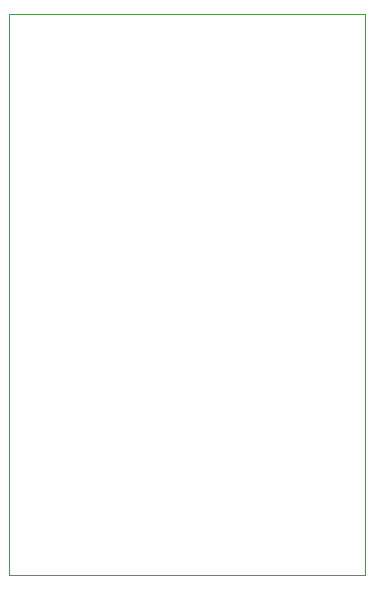
<source format=gbr>
%TF.GenerationSoftware,KiCad,Pcbnew,5.1.8*%
%TF.CreationDate,2020-12-03T14:21:02+03:00*%
%TF.ProjectId,pss_mcu_pcb,7073735f-6d63-4755-9f70-63622e6b6963,rev?*%
%TF.SameCoordinates,Original*%
%TF.FileFunction,Profile,NP*%
%FSLAX46Y46*%
G04 Gerber Fmt 4.6, Leading zero omitted, Abs format (unit mm)*
G04 Created by KiCad (PCBNEW 5.1.8) date 2020-12-03 14:21:02*
%MOMM*%
%LPD*%
G01*
G04 APERTURE LIST*
%TA.AperFunction,Profile*%
%ADD10C,0.050000*%
%TD*%
G04 APERTURE END LIST*
D10*
X173164500Y-114363500D02*
X173164500Y-106997500D01*
X143065500Y-114363500D02*
X143065500Y-106997500D01*
X143065500Y-106997500D02*
X143065500Y-66929000D01*
X173164500Y-114363500D02*
X143065500Y-114363500D01*
X173164500Y-66929000D02*
X173164500Y-106997500D01*
X143065500Y-66929000D02*
X173164500Y-66929000D01*
M02*

</source>
